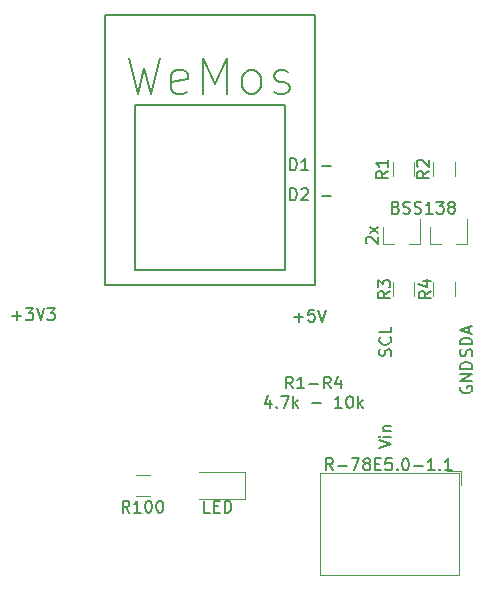
<source format=gto>
G04 #@! TF.GenerationSoftware,KiCad,Pcbnew,(5.1.5-0-10_14)*
G04 #@! TF.CreationDate,2020-04-05T09:28:29+02:00*
G04 #@! TF.ProjectId,ithowifi,6974686f-7769-4666-992e-6b696361645f,rev?*
G04 #@! TF.SameCoordinates,Original*
G04 #@! TF.FileFunction,Legend,Top*
G04 #@! TF.FilePolarity,Positive*
%FSLAX46Y46*%
G04 Gerber Fmt 4.6, Leading zero omitted, Abs format (unit mm)*
G04 Created by KiCad (PCBNEW (5.1.5-0-10_14)) date 2020-04-05 09:28:29*
%MOMM*%
%LPD*%
G04 APERTURE LIST*
%ADD10C,0.150000*%
%ADD11C,0.120000*%
G04 APERTURE END LIST*
D10*
X109259904Y-117927380D02*
X109259904Y-116927380D01*
X109498000Y-116927380D01*
X109640857Y-116975000D01*
X109736095Y-117070238D01*
X109783714Y-117165476D01*
X109831333Y-117355952D01*
X109831333Y-117498809D01*
X109783714Y-117689285D01*
X109736095Y-117784523D01*
X109640857Y-117879761D01*
X109498000Y-117927380D01*
X109259904Y-117927380D01*
X110212285Y-117022619D02*
X110259904Y-116975000D01*
X110355142Y-116927380D01*
X110593238Y-116927380D01*
X110688476Y-116975000D01*
X110736095Y-117022619D01*
X110783714Y-117117857D01*
X110783714Y-117213095D01*
X110736095Y-117355952D01*
X110164666Y-117927380D01*
X110783714Y-117927380D01*
X111974190Y-117546428D02*
X112736095Y-117546428D01*
X109259904Y-115387380D02*
X109259904Y-114387380D01*
X109498000Y-114387380D01*
X109640857Y-114435000D01*
X109736095Y-114530238D01*
X109783714Y-114625476D01*
X109831333Y-114815952D01*
X109831333Y-114958809D01*
X109783714Y-115149285D01*
X109736095Y-115244523D01*
X109640857Y-115339761D01*
X109498000Y-115387380D01*
X109259904Y-115387380D01*
X110783714Y-115387380D02*
X110212285Y-115387380D01*
X110498000Y-115387380D02*
X110498000Y-114387380D01*
X110402761Y-114530238D01*
X110307523Y-114625476D01*
X110212285Y-114673095D01*
X111974190Y-115006428D02*
X112736095Y-115006428D01*
X85741095Y-127706428D02*
X86503000Y-127706428D01*
X86122047Y-128087380D02*
X86122047Y-127325476D01*
X86883952Y-127087380D02*
X87503000Y-127087380D01*
X87169666Y-127468333D01*
X87312523Y-127468333D01*
X87407761Y-127515952D01*
X87455380Y-127563571D01*
X87503000Y-127658809D01*
X87503000Y-127896904D01*
X87455380Y-127992142D01*
X87407761Y-128039761D01*
X87312523Y-128087380D01*
X87026809Y-128087380D01*
X86931571Y-128039761D01*
X86883952Y-127992142D01*
X87788714Y-127087380D02*
X88122047Y-128087380D01*
X88455380Y-127087380D01*
X88693476Y-127087380D02*
X89312523Y-127087380D01*
X88979190Y-127468333D01*
X89122047Y-127468333D01*
X89217285Y-127515952D01*
X89264904Y-127563571D01*
X89312523Y-127658809D01*
X89312523Y-127896904D01*
X89264904Y-127992142D01*
X89217285Y-128039761D01*
X89122047Y-128087380D01*
X88836333Y-128087380D01*
X88741095Y-128039761D01*
X88693476Y-127992142D01*
X109585285Y-127833428D02*
X110347190Y-127833428D01*
X109966238Y-128214380D02*
X109966238Y-127452476D01*
X111299571Y-127214380D02*
X110823380Y-127214380D01*
X110775761Y-127690571D01*
X110823380Y-127642952D01*
X110918619Y-127595333D01*
X111156714Y-127595333D01*
X111251952Y-127642952D01*
X111299571Y-127690571D01*
X111347190Y-127785809D01*
X111347190Y-128023904D01*
X111299571Y-128119142D01*
X111251952Y-128166761D01*
X111156714Y-128214380D01*
X110918619Y-128214380D01*
X110823380Y-128166761D01*
X110775761Y-128119142D01*
X111632904Y-127214380D02*
X111966238Y-128214380D01*
X112299571Y-127214380D01*
X109490095Y-133866380D02*
X109156761Y-133390190D01*
X108918666Y-133866380D02*
X108918666Y-132866380D01*
X109299619Y-132866380D01*
X109394857Y-132914000D01*
X109442476Y-132961619D01*
X109490095Y-133056857D01*
X109490095Y-133199714D01*
X109442476Y-133294952D01*
X109394857Y-133342571D01*
X109299619Y-133390190D01*
X108918666Y-133390190D01*
X110442476Y-133866380D02*
X109871047Y-133866380D01*
X110156761Y-133866380D02*
X110156761Y-132866380D01*
X110061523Y-133009238D01*
X109966285Y-133104476D01*
X109871047Y-133152095D01*
X110871047Y-133485428D02*
X111632952Y-133485428D01*
X112680571Y-133866380D02*
X112347238Y-133390190D01*
X112109142Y-133866380D02*
X112109142Y-132866380D01*
X112490095Y-132866380D01*
X112585333Y-132914000D01*
X112632952Y-132961619D01*
X112680571Y-133056857D01*
X112680571Y-133199714D01*
X112632952Y-133294952D01*
X112585333Y-133342571D01*
X112490095Y-133390190D01*
X112109142Y-133390190D01*
X113537714Y-133199714D02*
X113537714Y-133866380D01*
X113299619Y-132818761D02*
X113061523Y-133533047D01*
X113680571Y-133533047D01*
X107585333Y-134849714D02*
X107585333Y-135516380D01*
X107347238Y-134468761D02*
X107109142Y-135183047D01*
X107728190Y-135183047D01*
X108109142Y-135421142D02*
X108156761Y-135468761D01*
X108109142Y-135516380D01*
X108061523Y-135468761D01*
X108109142Y-135421142D01*
X108109142Y-135516380D01*
X108490095Y-134516380D02*
X109156761Y-134516380D01*
X108728190Y-135516380D01*
X109537714Y-135516380D02*
X109537714Y-134516380D01*
X109632952Y-135135428D02*
X109918666Y-135516380D01*
X109918666Y-134849714D02*
X109537714Y-135230666D01*
X111109142Y-135135428D02*
X111871047Y-135135428D01*
X113632952Y-135516380D02*
X113061523Y-135516380D01*
X113347238Y-135516380D02*
X113347238Y-134516380D01*
X113252000Y-134659238D01*
X113156761Y-134754476D01*
X113061523Y-134802095D01*
X114252000Y-134516380D02*
X114347238Y-134516380D01*
X114442476Y-134564000D01*
X114490095Y-134611619D01*
X114537714Y-134706857D01*
X114585333Y-134897333D01*
X114585333Y-135135428D01*
X114537714Y-135325904D01*
X114490095Y-135421142D01*
X114442476Y-135468761D01*
X114347238Y-135516380D01*
X114252000Y-135516380D01*
X114156761Y-135468761D01*
X114109142Y-135421142D01*
X114061523Y-135325904D01*
X114013904Y-135135428D01*
X114013904Y-134897333D01*
X114061523Y-134706857D01*
X114109142Y-134611619D01*
X114156761Y-134564000D01*
X114252000Y-134516380D01*
X115013904Y-135516380D02*
X115013904Y-134516380D01*
X115109142Y-135135428D02*
X115394857Y-135516380D01*
X115394857Y-134849714D02*
X115013904Y-135230666D01*
X116800380Y-138945809D02*
X117800380Y-138612476D01*
X116800380Y-138279142D01*
X117800380Y-137945809D02*
X117133714Y-137945809D01*
X116800380Y-137945809D02*
X116848000Y-137993428D01*
X116895619Y-137945809D01*
X116848000Y-137898190D01*
X116800380Y-137945809D01*
X116895619Y-137945809D01*
X117133714Y-137469619D02*
X117800380Y-137469619D01*
X117228952Y-137469619D02*
X117181333Y-137422000D01*
X117133714Y-137326761D01*
X117133714Y-137183904D01*
X117181333Y-137088666D01*
X117276571Y-137041047D01*
X117800380Y-137041047D01*
X123706000Y-133730904D02*
X123658380Y-133826142D01*
X123658380Y-133969000D01*
X123706000Y-134111857D01*
X123801238Y-134207095D01*
X123896476Y-134254714D01*
X124086952Y-134302333D01*
X124229809Y-134302333D01*
X124420285Y-134254714D01*
X124515523Y-134207095D01*
X124610761Y-134111857D01*
X124658380Y-133969000D01*
X124658380Y-133873761D01*
X124610761Y-133730904D01*
X124563142Y-133683285D01*
X124229809Y-133683285D01*
X124229809Y-133873761D01*
X124658380Y-133254714D02*
X123658380Y-133254714D01*
X124658380Y-132683285D01*
X123658380Y-132683285D01*
X124658380Y-132207095D02*
X123658380Y-132207095D01*
X123658380Y-131969000D01*
X123706000Y-131826142D01*
X123801238Y-131730904D01*
X123896476Y-131683285D01*
X124086952Y-131635666D01*
X124229809Y-131635666D01*
X124420285Y-131683285D01*
X124515523Y-131730904D01*
X124610761Y-131826142D01*
X124658380Y-131969000D01*
X124658380Y-132207095D01*
X117752761Y-131111476D02*
X117800380Y-130968619D01*
X117800380Y-130730523D01*
X117752761Y-130635285D01*
X117705142Y-130587666D01*
X117609904Y-130540047D01*
X117514666Y-130540047D01*
X117419428Y-130587666D01*
X117371809Y-130635285D01*
X117324190Y-130730523D01*
X117276571Y-130921000D01*
X117228952Y-131016238D01*
X117181333Y-131063857D01*
X117086095Y-131111476D01*
X116990857Y-131111476D01*
X116895619Y-131063857D01*
X116848000Y-131016238D01*
X116800380Y-130921000D01*
X116800380Y-130682904D01*
X116848000Y-130540047D01*
X117705142Y-129540047D02*
X117752761Y-129587666D01*
X117800380Y-129730523D01*
X117800380Y-129825761D01*
X117752761Y-129968619D01*
X117657523Y-130063857D01*
X117562285Y-130111476D01*
X117371809Y-130159095D01*
X117228952Y-130159095D01*
X117038476Y-130111476D01*
X116943238Y-130063857D01*
X116848000Y-129968619D01*
X116800380Y-129825761D01*
X116800380Y-129730523D01*
X116848000Y-129587666D01*
X116895619Y-129540047D01*
X117800380Y-128635285D02*
X117800380Y-129111476D01*
X116800380Y-129111476D01*
X124610761Y-131135285D02*
X124658380Y-130992428D01*
X124658380Y-130754333D01*
X124610761Y-130659095D01*
X124563142Y-130611476D01*
X124467904Y-130563857D01*
X124372666Y-130563857D01*
X124277428Y-130611476D01*
X124229809Y-130659095D01*
X124182190Y-130754333D01*
X124134571Y-130944809D01*
X124086952Y-131040047D01*
X124039333Y-131087666D01*
X123944095Y-131135285D01*
X123848857Y-131135285D01*
X123753619Y-131087666D01*
X123706000Y-131040047D01*
X123658380Y-130944809D01*
X123658380Y-130706714D01*
X123706000Y-130563857D01*
X124658380Y-130135285D02*
X123658380Y-130135285D01*
X123658380Y-129897190D01*
X123706000Y-129754333D01*
X123801238Y-129659095D01*
X123896476Y-129611476D01*
X124086952Y-129563857D01*
X124229809Y-129563857D01*
X124420285Y-129611476D01*
X124515523Y-129659095D01*
X124610761Y-129754333D01*
X124658380Y-129897190D01*
X124658380Y-130135285D01*
X124372666Y-129182904D02*
X124372666Y-128706714D01*
X124658380Y-129278142D02*
X123658380Y-128944809D01*
X124658380Y-128611476D01*
D11*
X97373064Y-141203000D02*
X96168936Y-141203000D01*
X97373064Y-143023000D02*
X96168936Y-143023000D01*
X105406000Y-140978000D02*
X101521000Y-140978000D01*
X105406000Y-143248000D02*
X105406000Y-140978000D01*
X101521000Y-143248000D02*
X105406000Y-143248000D01*
X117962000Y-124873936D02*
X117962000Y-126078064D01*
X119782000Y-124873936D02*
X119782000Y-126078064D01*
X121391000Y-124873936D02*
X121391000Y-126078064D01*
X123211000Y-124873936D02*
X123211000Y-126078064D01*
X123185600Y-114710936D02*
X123185600Y-115915064D01*
X121365600Y-114710936D02*
X121365600Y-115915064D01*
X119782000Y-115915064D02*
X119782000Y-114710936D01*
X117962000Y-115915064D02*
X117962000Y-114710936D01*
X117104000Y-121664000D02*
X117104000Y-120204000D01*
X120264000Y-121664000D02*
X120264000Y-119504000D01*
X120264000Y-121664000D02*
X119334000Y-121664000D01*
X117104000Y-121664000D02*
X118034000Y-121664000D01*
X121102000Y-121664000D02*
X121102000Y-120204000D01*
X124262000Y-121664000D02*
X124262000Y-119504000D01*
X124262000Y-121664000D02*
X123332000Y-121664000D01*
X121102000Y-121664000D02*
X122032000Y-121664000D01*
X123753000Y-140829000D02*
X122513000Y-140829000D01*
X123753000Y-142069000D02*
X123753000Y-140829000D01*
X111792000Y-149689000D02*
X111792000Y-141069000D01*
X123513000Y-149689000D02*
X123513000Y-141069000D01*
X123513000Y-141069000D02*
X111792000Y-141069000D01*
X123513000Y-149689000D02*
X111792000Y-149689000D01*
D10*
X111379000Y-102235000D02*
X111379000Y-125095000D01*
X93599000Y-102235000D02*
X111379000Y-102235000D01*
X93599000Y-125095000D02*
X93599000Y-102235000D01*
X111379000Y-125095000D02*
X93599000Y-125095000D01*
X96139000Y-123825000D02*
X108839000Y-123825000D01*
X96139000Y-109855000D02*
X96139000Y-123825000D01*
X108839000Y-109855000D02*
X96139000Y-109855000D01*
X108839000Y-123825000D02*
X108839000Y-109855000D01*
X95651952Y-144385380D02*
X95318619Y-143909190D01*
X95080523Y-144385380D02*
X95080523Y-143385380D01*
X95461476Y-143385380D01*
X95556714Y-143433000D01*
X95604333Y-143480619D01*
X95651952Y-143575857D01*
X95651952Y-143718714D01*
X95604333Y-143813952D01*
X95556714Y-143861571D01*
X95461476Y-143909190D01*
X95080523Y-143909190D01*
X96604333Y-144385380D02*
X96032904Y-144385380D01*
X96318619Y-144385380D02*
X96318619Y-143385380D01*
X96223380Y-143528238D01*
X96128142Y-143623476D01*
X96032904Y-143671095D01*
X97223380Y-143385380D02*
X97318619Y-143385380D01*
X97413857Y-143433000D01*
X97461476Y-143480619D01*
X97509095Y-143575857D01*
X97556714Y-143766333D01*
X97556714Y-144004428D01*
X97509095Y-144194904D01*
X97461476Y-144290142D01*
X97413857Y-144337761D01*
X97318619Y-144385380D01*
X97223380Y-144385380D01*
X97128142Y-144337761D01*
X97080523Y-144290142D01*
X97032904Y-144194904D01*
X96985285Y-144004428D01*
X96985285Y-143766333D01*
X97032904Y-143575857D01*
X97080523Y-143480619D01*
X97128142Y-143433000D01*
X97223380Y-143385380D01*
X98175761Y-143385380D02*
X98271000Y-143385380D01*
X98366238Y-143433000D01*
X98413857Y-143480619D01*
X98461476Y-143575857D01*
X98509095Y-143766333D01*
X98509095Y-144004428D01*
X98461476Y-144194904D01*
X98413857Y-144290142D01*
X98366238Y-144337761D01*
X98271000Y-144385380D01*
X98175761Y-144385380D01*
X98080523Y-144337761D01*
X98032904Y-144290142D01*
X97985285Y-144194904D01*
X97937666Y-144004428D01*
X97937666Y-143766333D01*
X97985285Y-143575857D01*
X98032904Y-143480619D01*
X98080523Y-143433000D01*
X98175761Y-143385380D01*
X102478142Y-144385380D02*
X102001952Y-144385380D01*
X102001952Y-143385380D01*
X102811476Y-143861571D02*
X103144809Y-143861571D01*
X103287666Y-144385380D02*
X102811476Y-144385380D01*
X102811476Y-143385380D01*
X103287666Y-143385380D01*
X103716238Y-144385380D02*
X103716238Y-143385380D01*
X103954333Y-143385380D01*
X104097190Y-143433000D01*
X104192428Y-143528238D01*
X104240047Y-143623476D01*
X104287666Y-143813952D01*
X104287666Y-143956809D01*
X104240047Y-144147285D01*
X104192428Y-144242523D01*
X104097190Y-144337761D01*
X103954333Y-144385380D01*
X103716238Y-144385380D01*
X117715380Y-125642666D02*
X117239190Y-125976000D01*
X117715380Y-126214095D02*
X116715380Y-126214095D01*
X116715380Y-125833142D01*
X116763000Y-125737904D01*
X116810619Y-125690285D01*
X116905857Y-125642666D01*
X117048714Y-125642666D01*
X117143952Y-125690285D01*
X117191571Y-125737904D01*
X117239190Y-125833142D01*
X117239190Y-126214095D01*
X116715380Y-125309333D02*
X116715380Y-124690285D01*
X117096333Y-125023619D01*
X117096333Y-124880761D01*
X117143952Y-124785523D01*
X117191571Y-124737904D01*
X117286809Y-124690285D01*
X117524904Y-124690285D01*
X117620142Y-124737904D01*
X117667761Y-124785523D01*
X117715380Y-124880761D01*
X117715380Y-125166476D01*
X117667761Y-125261714D01*
X117620142Y-125309333D01*
X121144380Y-125642666D02*
X120668190Y-125976000D01*
X121144380Y-126214095D02*
X120144380Y-126214095D01*
X120144380Y-125833142D01*
X120192000Y-125737904D01*
X120239619Y-125690285D01*
X120334857Y-125642666D01*
X120477714Y-125642666D01*
X120572952Y-125690285D01*
X120620571Y-125737904D01*
X120668190Y-125833142D01*
X120668190Y-126214095D01*
X120477714Y-124785523D02*
X121144380Y-124785523D01*
X120096761Y-125023619D02*
X120811047Y-125261714D01*
X120811047Y-124642666D01*
X120975380Y-115479666D02*
X120499190Y-115813000D01*
X120975380Y-116051095D02*
X119975380Y-116051095D01*
X119975380Y-115670142D01*
X120023000Y-115574904D01*
X120070619Y-115527285D01*
X120165857Y-115479666D01*
X120308714Y-115479666D01*
X120403952Y-115527285D01*
X120451571Y-115574904D01*
X120499190Y-115670142D01*
X120499190Y-116051095D01*
X120070619Y-115098714D02*
X120023000Y-115051095D01*
X119975380Y-114955857D01*
X119975380Y-114717761D01*
X120023000Y-114622523D01*
X120070619Y-114574904D01*
X120165857Y-114527285D01*
X120261095Y-114527285D01*
X120403952Y-114574904D01*
X120975380Y-115146333D01*
X120975380Y-114527285D01*
X117504380Y-115479666D02*
X117028190Y-115813000D01*
X117504380Y-116051095D02*
X116504380Y-116051095D01*
X116504380Y-115670142D01*
X116552000Y-115574904D01*
X116599619Y-115527285D01*
X116694857Y-115479666D01*
X116837714Y-115479666D01*
X116932952Y-115527285D01*
X116980571Y-115574904D01*
X117028190Y-115670142D01*
X117028190Y-116051095D01*
X117504380Y-114527285D02*
X117504380Y-115098714D01*
X117504380Y-114813000D02*
X116504380Y-114813000D01*
X116647238Y-114908238D01*
X116742476Y-115003476D01*
X116790095Y-115098714D01*
X115752619Y-121594476D02*
X115705000Y-121546857D01*
X115657380Y-121451619D01*
X115657380Y-121213523D01*
X115705000Y-121118285D01*
X115752619Y-121070666D01*
X115847857Y-121023047D01*
X115943095Y-121023047D01*
X116085952Y-121070666D01*
X116657380Y-121642095D01*
X116657380Y-121023047D01*
X116657380Y-120689714D02*
X115990714Y-120165904D01*
X115990714Y-120689714D02*
X116657380Y-120165904D01*
X118213476Y-118546571D02*
X118356333Y-118594190D01*
X118403952Y-118641809D01*
X118451571Y-118737047D01*
X118451571Y-118879904D01*
X118403952Y-118975142D01*
X118356333Y-119022761D01*
X118261095Y-119070380D01*
X117880142Y-119070380D01*
X117880142Y-118070380D01*
X118213476Y-118070380D01*
X118308714Y-118118000D01*
X118356333Y-118165619D01*
X118403952Y-118260857D01*
X118403952Y-118356095D01*
X118356333Y-118451333D01*
X118308714Y-118498952D01*
X118213476Y-118546571D01*
X117880142Y-118546571D01*
X118832523Y-119022761D02*
X118975380Y-119070380D01*
X119213476Y-119070380D01*
X119308714Y-119022761D01*
X119356333Y-118975142D01*
X119403952Y-118879904D01*
X119403952Y-118784666D01*
X119356333Y-118689428D01*
X119308714Y-118641809D01*
X119213476Y-118594190D01*
X119023000Y-118546571D01*
X118927761Y-118498952D01*
X118880142Y-118451333D01*
X118832523Y-118356095D01*
X118832523Y-118260857D01*
X118880142Y-118165619D01*
X118927761Y-118118000D01*
X119023000Y-118070380D01*
X119261095Y-118070380D01*
X119403952Y-118118000D01*
X119784904Y-119022761D02*
X119927761Y-119070380D01*
X120165857Y-119070380D01*
X120261095Y-119022761D01*
X120308714Y-118975142D01*
X120356333Y-118879904D01*
X120356333Y-118784666D01*
X120308714Y-118689428D01*
X120261095Y-118641809D01*
X120165857Y-118594190D01*
X119975380Y-118546571D01*
X119880142Y-118498952D01*
X119832523Y-118451333D01*
X119784904Y-118356095D01*
X119784904Y-118260857D01*
X119832523Y-118165619D01*
X119880142Y-118118000D01*
X119975380Y-118070380D01*
X120213476Y-118070380D01*
X120356333Y-118118000D01*
X121308714Y-119070380D02*
X120737285Y-119070380D01*
X121023000Y-119070380D02*
X121023000Y-118070380D01*
X120927761Y-118213238D01*
X120832523Y-118308476D01*
X120737285Y-118356095D01*
X121642047Y-118070380D02*
X122261095Y-118070380D01*
X121927761Y-118451333D01*
X122070619Y-118451333D01*
X122165857Y-118498952D01*
X122213476Y-118546571D01*
X122261095Y-118641809D01*
X122261095Y-118879904D01*
X122213476Y-118975142D01*
X122165857Y-119022761D01*
X122070619Y-119070380D01*
X121784904Y-119070380D01*
X121689666Y-119022761D01*
X121642047Y-118975142D01*
X122832523Y-118498952D02*
X122737285Y-118451333D01*
X122689666Y-118403714D01*
X122642047Y-118308476D01*
X122642047Y-118260857D01*
X122689666Y-118165619D01*
X122737285Y-118118000D01*
X122832523Y-118070380D01*
X123023000Y-118070380D01*
X123118238Y-118118000D01*
X123165857Y-118165619D01*
X123213476Y-118260857D01*
X123213476Y-118308476D01*
X123165857Y-118403714D01*
X123118238Y-118451333D01*
X123023000Y-118498952D01*
X122832523Y-118498952D01*
X122737285Y-118546571D01*
X122689666Y-118594190D01*
X122642047Y-118689428D01*
X122642047Y-118879904D01*
X122689666Y-118975142D01*
X122737285Y-119022761D01*
X122832523Y-119070380D01*
X123023000Y-119070380D01*
X123118238Y-119022761D01*
X123165857Y-118975142D01*
X123213476Y-118879904D01*
X123213476Y-118689428D01*
X123165857Y-118594190D01*
X123118238Y-118546571D01*
X123023000Y-118498952D01*
X112887714Y-140787380D02*
X112554380Y-140311190D01*
X112316285Y-140787380D02*
X112316285Y-139787380D01*
X112697238Y-139787380D01*
X112792476Y-139835000D01*
X112840095Y-139882619D01*
X112887714Y-139977857D01*
X112887714Y-140120714D01*
X112840095Y-140215952D01*
X112792476Y-140263571D01*
X112697238Y-140311190D01*
X112316285Y-140311190D01*
X113316285Y-140406428D02*
X114078190Y-140406428D01*
X114459142Y-139787380D02*
X115125809Y-139787380D01*
X114697238Y-140787380D01*
X115649619Y-140215952D02*
X115554380Y-140168333D01*
X115506761Y-140120714D01*
X115459142Y-140025476D01*
X115459142Y-139977857D01*
X115506761Y-139882619D01*
X115554380Y-139835000D01*
X115649619Y-139787380D01*
X115840095Y-139787380D01*
X115935333Y-139835000D01*
X115982952Y-139882619D01*
X116030571Y-139977857D01*
X116030571Y-140025476D01*
X115982952Y-140120714D01*
X115935333Y-140168333D01*
X115840095Y-140215952D01*
X115649619Y-140215952D01*
X115554380Y-140263571D01*
X115506761Y-140311190D01*
X115459142Y-140406428D01*
X115459142Y-140596904D01*
X115506761Y-140692142D01*
X115554380Y-140739761D01*
X115649619Y-140787380D01*
X115840095Y-140787380D01*
X115935333Y-140739761D01*
X115982952Y-140692142D01*
X116030571Y-140596904D01*
X116030571Y-140406428D01*
X115982952Y-140311190D01*
X115935333Y-140263571D01*
X115840095Y-140215952D01*
X116459142Y-140263571D02*
X116792476Y-140263571D01*
X116935333Y-140787380D02*
X116459142Y-140787380D01*
X116459142Y-139787380D01*
X116935333Y-139787380D01*
X117840095Y-139787380D02*
X117363904Y-139787380D01*
X117316285Y-140263571D01*
X117363904Y-140215952D01*
X117459142Y-140168333D01*
X117697238Y-140168333D01*
X117792476Y-140215952D01*
X117840095Y-140263571D01*
X117887714Y-140358809D01*
X117887714Y-140596904D01*
X117840095Y-140692142D01*
X117792476Y-140739761D01*
X117697238Y-140787380D01*
X117459142Y-140787380D01*
X117363904Y-140739761D01*
X117316285Y-140692142D01*
X118316285Y-140692142D02*
X118363904Y-140739761D01*
X118316285Y-140787380D01*
X118268666Y-140739761D01*
X118316285Y-140692142D01*
X118316285Y-140787380D01*
X118982952Y-139787380D02*
X119078190Y-139787380D01*
X119173428Y-139835000D01*
X119221047Y-139882619D01*
X119268666Y-139977857D01*
X119316285Y-140168333D01*
X119316285Y-140406428D01*
X119268666Y-140596904D01*
X119221047Y-140692142D01*
X119173428Y-140739761D01*
X119078190Y-140787380D01*
X118982952Y-140787380D01*
X118887714Y-140739761D01*
X118840095Y-140692142D01*
X118792476Y-140596904D01*
X118744857Y-140406428D01*
X118744857Y-140168333D01*
X118792476Y-139977857D01*
X118840095Y-139882619D01*
X118887714Y-139835000D01*
X118982952Y-139787380D01*
X119744857Y-140406428D02*
X120506761Y-140406428D01*
X121506761Y-140787380D02*
X120935333Y-140787380D01*
X121221047Y-140787380D02*
X121221047Y-139787380D01*
X121125809Y-139930238D01*
X121030571Y-140025476D01*
X120935333Y-140073095D01*
X121935333Y-140692142D02*
X121982952Y-140739761D01*
X121935333Y-140787380D01*
X121887714Y-140739761D01*
X121935333Y-140692142D01*
X121935333Y-140787380D01*
X122935333Y-140787380D02*
X122363904Y-140787380D01*
X122649619Y-140787380D02*
X122649619Y-139787380D01*
X122554380Y-139930238D01*
X122459142Y-140025476D01*
X122363904Y-140073095D01*
X95631859Y-105926143D02*
X96346144Y-108926142D01*
X96917573Y-106783285D01*
X97489001Y-108926142D01*
X98203287Y-105926143D01*
X100489000Y-108783285D02*
X100203286Y-108926142D01*
X99631858Y-108926142D01*
X99346143Y-108783285D01*
X99203286Y-108497571D01*
X99203286Y-107354714D01*
X99346143Y-107069000D01*
X99631858Y-106926143D01*
X100203286Y-106926143D01*
X100489000Y-107069000D01*
X100631857Y-107354714D01*
X100631857Y-107640428D01*
X99203286Y-107926142D01*
X101917571Y-108926142D02*
X101917571Y-105926143D01*
X102917571Y-108068999D01*
X103917570Y-105926143D01*
X103917570Y-108926142D01*
X105774713Y-108926142D02*
X105488999Y-108783285D01*
X105346141Y-108640428D01*
X105203284Y-108354714D01*
X105203284Y-107497571D01*
X105346141Y-107211857D01*
X105488999Y-107069000D01*
X105774713Y-106926143D01*
X106203284Y-106926143D01*
X106488998Y-107069000D01*
X106631855Y-107211857D01*
X106774712Y-107497571D01*
X106774712Y-108354714D01*
X106631855Y-108640428D01*
X106488998Y-108783285D01*
X106203284Y-108926142D01*
X105774713Y-108926142D01*
X107917569Y-108783285D02*
X108203283Y-108926142D01*
X108774712Y-108926142D01*
X109060426Y-108783285D01*
X109203283Y-108497571D01*
X109203283Y-108354714D01*
X109060426Y-108068999D01*
X108774712Y-107926142D01*
X108346140Y-107926142D01*
X108060426Y-107783285D01*
X107917569Y-107497571D01*
X107917569Y-107354714D01*
X108060426Y-107069000D01*
X108346140Y-106926143D01*
X108774712Y-106926143D01*
X109060426Y-107069000D01*
M02*

</source>
